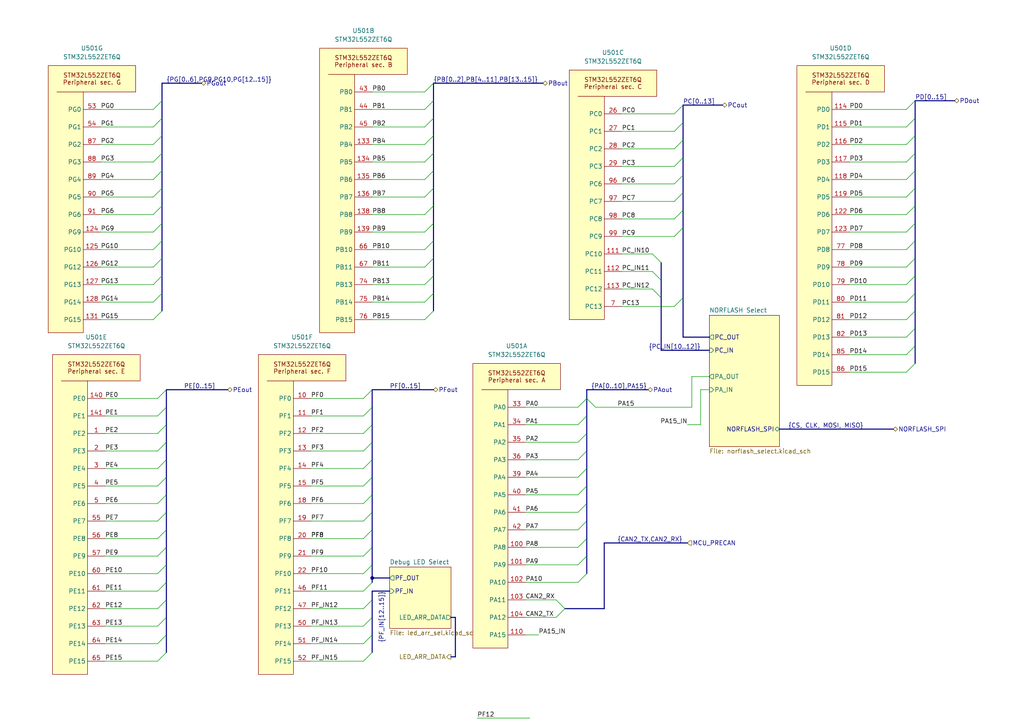
<source format=kicad_sch>
(kicad_sch (version 20250114) (generator "eeschema") (generator_version "9.0")
  (paper "A4")
  (lib_symbols
    (symbol "DUUC_lib:STM32L552ZET6Q"
      (property "Reference" "U?" (at 0 35.56 0))
      (property "Value" "STM32L552ZET6Q" (at 0 33.02 0))
      (symbol "STM32L552ZET6Q_1_1"
        (polyline (pts (xy -2.54 22.86) (xy -10.16 22.86)))
        (polyline (pts (xy 12.7 30.48) (xy -12.7 30.48) (xy -12.7 -52.07) (xy -2.54 -52.07) (xy -2.54 22.86) (xy 12.7 22.86) (xy 12.7 30.48) (xy 11.43 30.48)) (fill (type background)))
        (text "STM32L552ZET6Q\nPeripheral sec. A" (at 0 26.67 0) (effects (font (size 1.27 1.27))))
        (pin bidirectional line (at 2.54 17.78 180) (length 5.08) (name "PA0") (number "33"))
        (pin bidirectional line (at 2.54 12.7 180) (length 5.08) (name "PA1") (number "34"))
        (pin bidirectional line (at 2.54 7.62 180) (length 5.08) (name "PA2") (number "35"))
        (pin bidirectional line (at 2.54 2.54 180) (length 5.08) (name "PA3") (number "36"))
        (pin bidirectional line (at 2.54 -2.54 180) (length 5.08) (name "PA4") (number "39"))
        (pin bidirectional line (at 2.54 -7.62 180) (length 5.08) (name "PA5") (number "40"))
        (pin bidirectional line (at 2.54 -12.7 180) (length 5.08) (name "PA6") (number "41"))
        (pin bidirectional line (at 2.54 -17.78 180) (length 5.08) (name "PA7") (number "42"))
        (pin bidirectional line (at 2.54 -22.86 180) (length 5.08) (name "PA8") (number "100"))
        (pin bidirectional line (at 2.54 -27.94 180) (length 5.08) (name "PA9") (number "101"))
        (pin bidirectional line (at 2.54 -33.02 180) (length 5.08) (name "PA10") (number "102"))
        (pin bidirectional line (at 2.54 -38.1 180) (length 5.08) (name "PA11") (number "103"))
        (pin bidirectional line (at 2.54 -43.18 180) (length 5.08) (name "PA12") (number "104"))
        (pin bidirectional line (at 2.54 -48.26 180) (length 5.08) (name "PA15") (number "110"))
      )
      (symbol "STM32L552ZET6Q_2_1"
        (polyline (pts (xy -2.54 22.86) (xy -10.16 22.86)))
        (polyline (pts (xy 12.7 30.48) (xy -12.7 30.48) (xy -12.7 -52.07) (xy -2.54 -52.07) (xy -2.54 22.86) (xy 12.7 22.86) (xy 12.7 30.48) (xy 11.43 30.48)) (fill (type background)))
        (text "STM32L552ZET6Q\nPeripheral sec. B" (at 0 26.67 0) (effects (font (size 1.27 1.27))))
        (pin bidirectional line (at 2.54 17.78 180) (length 5.08) (name "PB0") (number "43"))
        (pin bidirectional line (at 2.54 12.7 180) (length 5.08) (name "PB1") (number "44"))
        (pin bidirectional line (at 2.54 7.62 180) (length 5.08) (name "PB2") (number "45"))
        (pin bidirectional line (at 2.54 2.54 180) (length 5.08) (name "PB4") (number "133"))
        (pin bidirectional line (at 2.54 -2.54 180) (length 5.08) (name "PB5") (number "134"))
        (pin bidirectional line (at 2.54 -7.62 180) (length 5.08) (name "PB6") (number "135"))
        (pin bidirectional line (at 2.54 -12.7 180) (length 5.08) (name "PB7") (number "136"))
        (pin bidirectional line (at 2.54 -17.78 180) (length 5.08) (name "PB8") (number "138"))
        (pin bidirectional line (at 2.54 -22.86 180) (length 5.08) (name "PB9") (number "139"))
        (pin bidirectional line (at 2.54 -27.94 180) (length 5.08) (name "PB10") (number "66"))
        (pin bidirectional line (at 2.54 -33.02 180) (length 5.08) (name "PB11") (number "67"))
        (pin bidirectional line (at 2.54 -38.1 180) (length 5.08) (name "PB13") (number "74"))
        (pin bidirectional line (at 2.54 -43.18 180) (length 5.08) (name "PB14") (number "75"))
        (pin bidirectional line (at 2.54 -48.26 180) (length 5.08) (name "PB15") (number "76"))
      )
      (symbol "STM32L552ZET6Q_3_1"
        (polyline (pts (xy -2.54 22.86) (xy -10.16 22.86)))
        (polyline (pts (xy 12.7 30.48) (xy -12.7 30.48) (xy -12.7 -41.91) (xy -2.54 -41.91) (xy -2.54 22.86) (xy 12.7 22.86) (xy 12.7 30.48) (xy 11.43 30.48)) (fill (type background)))
        (text "STM32L552ZET6Q\nPeripheral sec. C" (at 0 26.67 0) (effects (font (size 1.27 1.27))))
        (pin bidirectional line (at 2.54 17.78 180) (length 5.08) (name "PC0") (number "26"))
        (pin bidirectional line (at 2.54 12.7 180) (length 5.08) (name "PC1") (number "27"))
        (pin bidirectional line (at 2.54 7.62 180) (length 5.08) (name "PC2") (number "28"))
        (pin bidirectional line (at 2.54 2.54 180) (length 5.08) (name "PC3") (number "29"))
        (pin bidirectional line (at 2.54 -2.54 180) (length 5.08) (name "PC6") (number "96"))
        (pin bidirectional line (at 2.54 -7.62 180) (length 5.08) (name "PC7") (number "97"))
        (pin bidirectional line (at 2.54 -12.7 180) (length 5.08) (name "PC8") (number "98"))
        (pin bidirectional line (at 2.54 -17.78 180) (length 5.08) (name "PC9") (number "99"))
        (pin bidirectional line (at 2.54 -22.86 180) (length 5.08) (name "PC10") (number "111"))
        (pin bidirectional line (at 2.54 -27.94 180) (length 5.08) (name "PC11") (number "112"))
        (pin bidirectional line (at 2.54 -33.02 180) (length 5.08) (name "PC12") (number "113"))
        (pin bidirectional line (at 2.54 -38.1 180) (length 5.08) (name "PC13") (number "7"))
      )
      (symbol "STM32L552ZET6Q_4_1"
        (polyline (pts (xy -2.54 22.86) (xy -10.16 22.86)))
        (polyline (pts (xy 12.7 30.48) (xy -12.7 30.48) (xy -12.7 -62.23) (xy -2.54 -62.23) (xy -2.54 22.86) (xy 12.7 22.86) (xy 12.7 30.48) (xy 11.43 30.48)) (fill (type background)))
        (text "STM32L552ZET6Q\nPeripheral sec. D" (at 0 26.67 0) (effects (font (size 1.27 1.27))))
        (pin bidirectional line (at 2.54 17.78 180) (length 5.08) (name "PD0") (number "114"))
        (pin bidirectional line (at 2.54 12.7 180) (length 5.08) (name "PD1") (number "115"))
        (pin bidirectional line (at 2.54 7.62 180) (length 5.08) (name "PD2") (number "116"))
        (pin bidirectional line (at 2.54 2.54 180) (length 5.08) (name "PD3") (number "117"))
        (pin bidirectional line (at 2.54 -2.54 180) (length 5.08) (name "PD4") (number "118"))
        (pin bidirectional line (at 2.54 -7.62 180) (length 5.08) (name "PD5") (number "119"))
        (pin bidirectional line (at 2.54 -12.7 180) (length 5.08) (name "PD6") (number "122"))
        (pin bidirectional line (at 2.54 -17.78 180) (length 5.08) (name "PD7") (number "123"))
        (pin bidirectional line (at 2.54 -22.86 180) (length 5.08) (name "PD8") (number "77"))
        (pin bidirectional line (at 2.54 -27.94 180) (length 5.08) (name "PD9") (number "78"))
        (pin bidirectional line (at 2.54 -33.02 180) (length 5.08) (name "PD10") (number "79"))
        (pin bidirectional line (at 2.54 -38.1 180) (length 5.08) (name "PD11") (number "80"))
        (pin bidirectional line (at 2.54 -43.18 180) (length 5.08) (name "PD12") (number "81"))
        (pin bidirectional line (at 2.54 -48.26 180) (length 5.08) (name "PD13") (number "82"))
        (pin bidirectional line (at 2.54 -53.34 180) (length 5.08) (name "PD14") (number "85"))
        (pin bidirectional line (at 2.54 -58.42 180) (length 5.08) (name "PD15") (number "86"))
      )
      (symbol "STM32L552ZET6Q_5_1"
        (polyline (pts (xy -2.54 22.86) (xy -10.16 22.86)))
        (polyline (pts (xy 12.7 30.48) (xy -12.7 30.48) (xy -12.7 -62.23) (xy -2.54 -62.23) (xy -2.54 22.86) (xy 12.7 22.86) (xy 12.7 30.48) (xy 11.43 30.48)) (fill (type background)))
        (text "STM32L552ZET6Q\nPeripheral sec. E" (at 0 26.67 0) (effects (font (size 1.27 1.27))))
        (pin bidirectional line (at 2.54 17.78 180) (length 5.08) (name "PE0") (number "140"))
        (pin bidirectional line (at 2.54 12.7 180) (length 5.08) (name "PE1") (number "141"))
        (pin bidirectional line (at 2.54 7.62 180) (length 5.08) (name "PE2") (number "1"))
        (pin bidirectional line (at 2.54 2.54 180) (length 5.08) (name "PE3") (number "2"))
        (pin bidirectional line (at 2.54 -2.54 180) (length 5.08) (name "PE4") (number "3"))
        (pin bidirectional line (at 2.54 -7.62 180) (length 5.08) (name "PE5") (number "4"))
        (pin bidirectional line (at 2.54 -12.7 180) (length 5.08) (name "PE6") (number "5"))
        (pin bidirectional line (at 2.54 -17.78 180) (length 5.08) (name "PE7") (number "55"))
        (pin bidirectional line (at 2.54 -22.86 180) (length 5.08) (name "PE8") (number "56"))
        (pin bidirectional line (at 2.54 -27.94 180) (length 5.08) (name "PE9") (number "57"))
        (pin bidirectional line (at 2.54 -33.02 180) (length 5.08) (name "PE10") (number "60"))
        (pin bidirectional line (at 2.54 -38.1 180) (length 5.08) (name "PE11") (number "61"))
        (pin bidirectional line (at 2.54 -43.18 180) (length 5.08) (name "PE12") (number "62"))
        (pin bidirectional line (at 2.54 -48.26 180) (length 5.08) (name "PE13") (number "63"))
        (pin bidirectional line (at 2.54 -53.34 180) (length 5.08) (name "PE14") (number "64"))
        (pin bidirectional line (at 2.54 -58.42 180) (length 5.08) (name "PE15") (number "65"))
      )
      (symbol "STM32L552ZET6Q_6_1"
        (polyline (pts (xy -2.54 22.86) (xy -10.16 22.86)))
        (polyline (pts (xy 12.7 30.48) (xy -12.7 30.48) (xy -12.7 -62.23) (xy -2.54 -62.23) (xy -2.54 22.86) (xy 12.7 22.86) (xy 12.7 30.48) (xy 11.43 30.48)) (fill (type background)))
        (text "STM32L552ZET6Q\nPeripheral sec. F" (at 0 26.67 0) (effects (font (size 1.27 1.27))))
        (pin bidirectional line (at 2.54 17.78 180) (length 5.08) (name "PF0") (number "10"))
        (pin bidirectional line (at 2.54 12.7 180) (length 5.08) (name "PF1") (number "11"))
        (pin bidirectional line (at 2.54 7.62 180) (length 5.08) (name "PF2") (number "12"))
        (pin bidirectional line (at 2.54 2.54 180) (length 5.08) (name "PF3") (number "13"))
        (pin bidirectional line (at 2.54 -2.54 180) (length 5.08) (name "PF4") (number "14"))
        (pin bidirectional line (at 2.54 -7.62 180) (length 5.08) (name "PF5") (number "15"))
        (pin bidirectional line (at 2.54 -12.7 180) (length 5.08) (name "PF6") (number "18"))
        (pin bidirectional line (at 2.54 -17.78 180) (length 5.08) (name "PF7") (number "19"))
        (pin bidirectional line (at 2.54 -22.86 180) (length 5.08) (name "PF8") (number "20"))
        (pin bidirectional line (at 2.54 -27.94 180) (length 5.08) (name "PF9") (number "21"))
        (pin bidirectional line (at 2.54 -33.02 180) (length 5.08) (name "PF10") (number "22"))
        (pin bidirectional line (at 2.54 -38.1 180) (length 5.08) (name "PF11") (number "46"))
        (pin bidirectional line (at 2.54 -43.18 180) (length 5.08) (name "PF12") (number "47"))
        (pin bidirectional line (at 2.54 -48.26 180) (length 5.08) (name "PF13") (number "50"))
        (pin bidirectional line (at 2.54 -53.34 180) (length 5.08) (name "PF14") (number "51"))
        (pin bidirectional line (at 2.54 -58.42 180) (length 5.08) (name "PF15") (number "52"))
      )
      (symbol "STM32L552ZET6Q_7_1"
        (polyline (pts (xy -2.54 22.86) (xy -10.16 22.86)))
        (polyline (pts (xy 12.7 30.48) (xy -12.7 30.48) (xy -12.7 -46.99) (xy -2.54 -46.99) (xy -2.54 22.86) (xy 12.7 22.86) (xy 12.7 30.48) (xy 11.43 30.48)) (fill (type background)))
        (text "STM32L552ZET6Q\nPeripheral sec. G" (at 0 26.67 0) (effects (font (size 1.27 1.27))))
        (pin bidirectional line (at 2.54 17.78 180) (length 5.08) (name "PG0") (number "53"))
        (pin bidirectional line (at 2.54 12.7 180) (length 5.08) (name "PG1") (number "54"))
        (pin bidirectional line (at 2.54 7.62 180) (length 5.08) (name "PG2") (number "87"))
        (pin bidirectional line (at 2.54 2.54 180) (length 5.08) (name "PG3") (number "88"))
        (pin bidirectional line (at 2.54 -2.54 180) (length 5.08) (name "PG4") (number "89"))
        (pin bidirectional line (at 2.54 -7.62 180) (length 5.08) (name "PG5") (number "90"))
        (pin bidirectional line (at 2.54 -12.7 180) (length 5.08) (name "PG6") (number "91"))
        (pin bidirectional line (at 2.54 -17.78 180) (length 5.08) (name "PG9") (number "124"))
        (pin bidirectional line (at 2.54 -22.86 180) (length 5.08) (name "PG10") (number "125"))
        (pin bidirectional line (at 2.54 -27.94 180) (length 5.08) (name "PG12") (number "126"))
        (pin bidirectional line (at 2.54 -33.02 180) (length 5.08) (name "PG13") (number "127"))
        (pin bidirectional line (at 2.54 -38.1 180) (length 5.08) (name "PG14") (number "128"))
        (pin bidirectional line (at 2.54 -43.18 180) (length 5.08) (name "PG15") (number "131"))
      )
      (symbol "STM32L552ZET6Q_8_1"
        (unit_name "SMPS")
        (rectangle (start -11.43 30.4006) (end 11.43 -2.4606) (fill (type background)))
        (text "STM32L552ZETxQ\nSMPS Module" (at 0 26.67 0) (effects (font (size 1.27 1.27))))
        (pin power_in line (at -16.51 21.59 0) (length 5.08) (name "VDDSMPS") (number "68"))
        (pin power_in line (at 16.51 21.59 180) (length 5.08) (name "VLXSMPS") (number "69"))
        (pin power_in line (at 16.51 13.97 180) (length 5.08) (name "V15SMPS") (number "72"))
        (pin power_in line (at 16.51 10.16 180) (length 5.08) (name "V15SMPS") (number "143"))
        (pin power_in line (at 16.51 0 180) (length 5.08) (name "VSSSMPS") (number "70"))
      )
      (symbol "STM32L552ZET6Q_9_1"
        (unit_name "Power/Clock")
        (polyline (pts (xy -22.86 22.86) (xy 22.86 22.86)))
        (rectangle (start -22.8599 30.48) (end 22.8599 -33.02) (fill (type background)))
        (polyline (pts (xy -13.97 -20.32) (xy -8.89 -20.32)))
        (rectangle (start -13.97 -21.59) (end -8.89 -24.13))
        (polyline (pts (xy -13.97 -25.4) (xy -8.89 -25.4)))
        (polyline (pts (xy -11.43 -20.32) (xy -11.43 -17.78)))
        (polyline (pts (xy -11.43 -25.4) (xy -11.43 -27.94)))
        (polyline (pts (xy 11.43 -20.32) (xy 16.51 -20.32)))
        (rectangle (start 11.43 -21.59) (end 16.51 -24.13))
        (polyline (pts (xy 11.43 -25.4) (xy 16.51 -25.4)))
        (polyline (pts (xy 13.97 -20.32) (xy 13.97 -17.78)))
        (polyline (pts (xy 13.97 -25.4) (xy 13.97 -27.94)))
        (text "LSE" (at -11.43 -22.86 0) (effects (font (size 1.27 1.27))))
        (text "STM32L552ZET6Q\nPower/Clock" (at 0 26.67 0) (effects (font (size 1.27 1.27))))
        (text "HSE" (at 13.97 -22.86 0) (effects (font (size 1.27 1.27))))
        (pin power_in line (at -27.94 19.05 0) (length 5.08) (name "VBAT") (number "6"))
        (pin power_in line (at -27.94 11.43 0) (length 5.08) (name "VDDUSB") (number "106"))
        (pin input line (at -27.94 5.08 0) (length 5.08) (name "VREF+") (number "31"))
        (pin power_in line (at -27.94 -1.27 0) (length 5.08) (name "VDDIO2") (number "130"))
        (pin power_in line (at -27.94 -5.08 0) (length 5.08) (name "VDDIO2") (number "95"))
        (pin input clock (at -27.94 -16.51 0) (length 5.08) (name "PC14/RCC_OSC32_IN") (number "8"))
        (pin input clock (at -27.94 -29.21 0) (length 5.08) (name "PC15/RCC_OSC32_OUT") (number "9"))
        (pin power_in line (at 27.94 20.32 180) (length 5.08) (hide yes) (name "VDD") (number "108"))
        (pin power_in line (at 27.94 20.32 180) (length 5.08) (hide yes) (name "VDD") (number "121"))
        (pin power_in line (at 27.94 20.32 180) (length 5.08) (hide yes) (name "VDD") (number "144"))
        (pin power_in line (at 27.94 20.32 180) (length 5.08) (name "VDD") (number "17"))
        (pin power_in line (at 27.94 20.32 180) (length 5.08) (hide yes) (name "VDD") (number "38"))
        (pin power_in line (at 27.94 20.32 180) (length 5.08) (hide yes) (name "VDD") (number "49"))
        (pin power_in line (at 27.94 20.32 180) (length 5.08) (hide yes) (name "VDD") (number "59"))
        (pin power_in line (at 27.94 20.32 180) (length 5.08) (hide yes) (name "VDD") (number "73"))
        (pin power_in line (at 27.94 20.32 180) (length 5.08) (hide yes) (name "VDD") (number "84"))
        (pin power_in line (at 27.94 12.7 180) (length 5.08) (hide yes) (name "VSS") (number "107"))
        (pin power_in line (at 27.94 12.7 180) (length 5.08) (hide yes) (name "VSS") (number "120"))
        (pin power_in line (at 27.94 12.7 180) (length 5.08) (hide yes) (name "VSS") (number "129"))
        (pin power_in line (at 27.94 12.7 180) (length 5.08) (hide yes) (name "VSS") (number "142"))
        (pin power_in line (at 27.94 12.7 180) (length 5.08) (name "VSS") (number "16"))
        (pin power_in line (at 27.94 12.7 180) (length 5.08) (hide yes) (name "VSS") (number "37"))
        (pin power_in line (at 27.94 12.7 180) (length 5.08) (hide yes) (name "VSS") (number "48"))
        (pin power_in line (at 27.94 12.7 180) (length 5.08) (hide yes) (name "VSS") (number "58"))
        (pin power_in line (at 27.94 12.7 180) (length 5.08) (hide yes) (name "VSS") (number "71"))
        (pin power_in line (at 27.94 12.7 180) (length 5.08) (hide yes) (name "VSS") (number "83"))
        (pin power_in line (at 27.94 12.7 180) (length 5.08) (hide yes) (name "VSS") (number "94"))
        (pin power_in line (at 27.94 1.27 180) (length 5.08) (name "VDDA") (number "32"))
        (pin power_in line (at 27.94 -6.35 180) (length 5.08) (name "VSSA") (number "30"))
        (pin input clock (at 27.94 -16.51 180) (length 5.08) (name "PH0/HSE_OSC_IN") (number "23"))
        (pin input clock (at 27.94 -29.21 180) (length 5.08) (name "PH1/HSE_OSC_OUT") (number "24"))
      )
      (symbol "STM32L552ZET6Q_10_1"
        (unit_name "Debug/Reset/Bootloader")
        (rectangle (start -27.94 31.75) (end 27.94 -2.54) (fill (type background)))
        (polyline (pts (xy 27.94 24.13) (xy -27.94 24.13)))
        (text "STM32L552ZETQ\nDebug/Reset/Bootloader" (at 0 27.94 0) (effects (font (size 1.27 1.27))))
        (pin input line (at -33.02 20.32 0) (length 5.08) (name "PH3/BOOT0/RESET") (number "137"))
        (pin bidirectional line (at -33.02 10.16 0) (length 5.08) (name "PB3/DEBUG_JTDO-SWO") (number "132"))
        (pin bidirectional clock (at -33.02 5.08 0) (length 5.08) (name "PA14/DEBUG_JTCK-SWCLK") (number "109"))
        (pin bidirectional line (at -33.02 0 0) (length 5.08) (name "PA13/DEBUG_JTMS-SWDIO") (number "105"))
        (pin bidirectional line (at 33.02 17.78 180) (length 5.08) (name "PG8/VCP_RX") (number "93"))
        (pin bidirectional line (at 33.02 13.97 180) (length 5.08) (name "PG7/VCP_TX") (number "92"))
        (pin input inverted (at 33.02 5.08 180) (length 5.08) (name "NRESET") (number "25"))
      )
    )
  )
  (junction (at 107.95 167.64))
  (bus_entry (at 123.19 57.15) (size 2.54 -2.54))
  (bus_entry (at 265.43 100.33) (size -2.54 2.54))
  (bus_entry (at 265.43 34.29) (size -2.54 2.54))
  (bus_entry (at 46.99 44.45) (size -2.54 2.54))
  (bus_entry (at 265.43 90.17) (size -2.54 2.54))
  (bus_entry (at 265.43 69.85) (size -2.54 2.54))
  (bus_entry (at 107.95 138.43) (size -2.54 2.54))
  (bus_entry (at 189.23 78.74) (size 2.54 2.54))
  (bus_entry (at 170.18 140.97) (size -2.54 2.54))
  (bus_entry (at 167.64 148.59) (size 2.54 -2.54))
  (bus_entry (at 170.18 166.37) (size -2.54 2.54))
  (bus_entry (at 123.19 26.67) (size 2.54 -2.54))
  (bus_entry (at 265.43 85.09) (size -2.54 2.54))
  (bus_entry (at 48.26 168.91) (size -2.54 2.54))
  (bus_entry (at 107.95 173.99) (size -2.54 2.54))
  (bus_entry (at 46.99 34.29) (size -2.54 2.54))
  (bus_entry (at 170.18 115.57) (size -2.54 2.54))
  (bus_entry (at 198.12 86.36) (size -2.54 2.54))
  (bus_entry (at 265.43 80.01) (size -2.54 2.54))
  (bus_entry (at 107.95 168.91) (size -2.54 2.54))
  (bus_entry (at 107.95 133.35) (size -2.54 2.54))
  (bus_entry (at 123.19 41.91) (size 2.54 -2.54))
  (bus_entry (at 46.99 74.93) (size -2.54 2.54))
  (bus_entry (at 198.12 50.8) (size -2.54 2.54))
  (bus_entry (at 48.26 143.51) (size -2.54 2.54))
  (bus_entry (at 48.26 128.27) (size -2.54 2.54))
  (bus_entry (at 123.19 31.75) (size 2.54 -2.54))
  (bus_entry (at 107.95 128.27) (size -2.54 2.54))
  (bus_entry (at 125.73 34.29) (size -2.54 2.54))
  (bus_entry (at 123.19 72.39) (size 2.54 -2.54))
  (bus_entry (at 107.95 179.07) (size -2.54 2.54))
  (bus_entry (at 123.19 87.63) (size 2.54 -2.54))
  (bus_entry (at 167.64 128.27) (size 2.54 -2.54))
  (bus_entry (at 107.95 153.67) (size -2.54 2.54))
  (bus_entry (at 170.18 115.57) (size 2.54 2.54))
  (bus_entry (at 265.43 64.77) (size -2.54 2.54))
  (bus_entry (at 48.26 184.15) (size -2.54 2.54))
  (bus_entry (at 123.19 52.07) (size 2.54 -2.54))
  (bus_entry (at 46.99 59.69) (size -2.54 2.54))
  (bus_entry (at 189.23 83.82) (size 2.54 2.54))
  (bus_entry (at 48.26 189.23) (size -2.54 2.54))
  (bus_entry (at 265.43 39.37) (size -2.54 2.54))
  (bus_entry (at 46.99 80.01) (size -2.54 2.54))
  (bus_entry (at 48.26 179.07) (size -2.54 2.54))
  (bus_entry (at 265.43 29.21) (size -2.54 2.54))
  (bus_entry (at 167.64 158.75) (size 2.54 -2.54))
  (bus_entry (at 125.73 74.93) (size -2.54 2.54))
  (bus_entry (at 48.26 158.75) (size -2.54 2.54))
  (bus_entry (at 265.43 74.93) (size -2.54 2.54))
  (bus_entry (at 107.95 189.23) (size -2.54 2.54))
  (bus_entry (at 48.26 118.11) (size -2.54 2.54))
  (bus_entry (at 189.23 73.66) (size 2.54 2.54))
  (bus_entry (at 170.18 135.89) (size -2.54 2.54))
  (bus_entry (at 107.95 118.11) (size -2.54 2.54))
  (bus_entry (at 265.43 49.53) (size -2.54 2.54))
  (bus_entry (at 107.95 163.83) (size -2.54 2.54))
  (bus_entry (at 265.43 54.61) (size -2.54 2.54))
  (bus_entry (at 107.95 184.15) (size -2.54 2.54))
  (bus_entry (at 167.64 133.35) (size 2.54 -2.54))
  (bus_entry (at 265.43 95.25) (size -2.54 2.54))
  (bus_entry (at 46.99 39.37) (size -2.54 2.54))
  (bus_entry (at 198.12 66.04) (size -2.54 2.54))
  (bus_entry (at 48.26 133.35) (size -2.54 2.54))
  (bus_entry (at 123.19 67.31) (size 2.54 -2.54))
  (bus_entry (at 46.99 90.17) (size -2.54 2.54))
  (bus_entry (at 123.19 92.71) (size 2.54 -2.54))
  (bus_entry (at 198.12 55.88) (size -2.54 2.54))
  (bus_entry (at 265.43 44.45) (size -2.54 2.54))
  (bus_entry (at 198.12 35.56) (size -2.54 2.54))
  (bus_entry (at 107.95 158.75) (size -2.54 2.54))
  (bus_entry (at 46.99 29.21) (size -2.54 2.54))
  (bus_entry (at 46.99 54.61) (size -2.54 2.54))
  (bus_entry (at 198.12 30.48) (size -2.54 2.54))
  (bus_entry (at 107.95 123.19) (size -2.54 2.54))
  (bus_entry (at 123.19 62.23) (size 2.54 -2.54))
  (bus_entry (at 48.26 163.83) (size -2.54 2.54))
  (bus_entry (at 48.26 138.43) (size -2.54 2.54))
  (bus_entry (at 107.95 113.03) (size -2.54 2.54))
  (bus_entry (at 107.95 143.51) (size -2.54 2.54))
  (bus_entry (at 125.73 80.01) (size -2.54 2.54))
  (bus_entry (at 48.26 153.67) (size -2.54 2.54))
  (bus_entry (at 48.26 173.99) (size -2.54 2.54))
  (bus_entry (at 161.29 173.99) (size 2.54 2.54))
  (bus_entry (at 170.18 161.29) (size -2.54 2.54))
  (bus_entry (at 167.64 153.67) (size 2.54 -2.54))
  (bus_entry (at 48.26 148.59) (size -2.54 2.54))
  (bus_entry (at 198.12 60.96) (size -2.54 2.54))
  (bus_entry (at 170.18 120.65) (size -2.54 2.54))
  (bus_entry (at 48.26 123.19) (size -2.54 2.54))
  (bus_entry (at 46.99 49.53) (size -2.54 2.54))
  (bus_entry (at 198.12 40.64) (size -2.54 2.54))
  (bus_entry (at 198.12 45.72) (size -2.54 2.54))
  (bus_entry (at 107.95 148.59) (size -2.54 2.54))
  (bus_entry (at 46.99 64.77) (size -2.54 2.54))
  (bus_entry (at 161.29 179.07) (size 2.54 -2.54))
  (bus_entry (at 46.99 69.85) (size -2.54 2.54))
  (bus_entry (at 265.43 105.41) (size -2.54 2.54))
  (bus_entry (at 123.19 46.99) (size 2.54 -2.54))
  (bus_entry (at 48.26 113.03) (size -2.54 2.54))
  (bus_entry (at 265.43 59.69) (size -2.54 2.54))
  (bus_entry (at 46.99 85.09) (size -2.54 2.54))
  (bus (pts (xy 170.18 140.97) (xy 170.18 146.05)))
  (bus (pts (xy 48.26 184.15) (xy 48.26 189.23)))
  (bus (pts (xy 46.99 80.01) (xy 46.99 85.09)))
  (wire (pts (xy 30.48 171.45) (xy 45.72 171.45)))
  (bus (pts (xy 48.26 113.03) (xy 48.26 118.11)))
  (wire (pts (xy 107.95 72.39) (xy 123.19 72.39)))
  (bus (pts (xy 170.18 146.05) (xy 170.18 151.13)))
  (bus (pts (xy 46.99 24.13) (xy 46.99 29.21)))
  (wire (pts (xy 152.4 148.59) (xy 167.64 148.59)))
  (bus (pts (xy 198.12 50.8) (xy 198.12 55.88)))
  (bus (pts (xy 107.95 123.19) (xy 107.95 128.27)))
  (bus (pts (xy 48.26 123.19) (xy 48.26 128.27)))
  (bus (pts (xy 125.73 24.13) (xy 157.48 24.13)))
  (wire (pts (xy 180.34 33.02) (xy 195.58 33.02)))
  (wire (pts (xy 90.17 191.77) (xy 105.41 191.77)))
  (wire (pts (xy 30.48 115.57) (xy 45.72 115.57)))
  (bus (pts (xy 107.95 128.27) (xy 107.95 133.35)))
  (bus (pts (xy 170.18 113.03) (xy 187.96 113.03)))
  (wire (pts (xy 107.95 31.75) (xy 123.19 31.75)))
  (bus (pts (xy 107.95 153.67) (xy 107.95 158.75)))
  (bus (pts (xy 170.18 135.89) (xy 170.18 140.97)))
  (wire (pts (xy 107.95 26.67) (xy 123.19 26.67)))
  (bus (pts (xy 130.81 179.07) (xy 132.08 179.07)))
  (bus (pts (xy 191.77 86.36) (xy 191.77 101.6)))
  (wire (pts (xy 30.48 146.05) (xy 45.72 146.05)))
  (wire (pts (xy 90.17 130.81) (xy 105.41 130.81)))
  (wire (pts (xy 199.39 123.19) (xy 203.2 123.19)))
  (bus (pts (xy 191.77 101.6) (xy 205.74 101.6)))
  (wire (pts (xy 123.19 82.55) (xy 107.95 82.55)))
  (wire (pts (xy 152.4 118.11) (xy 167.64 118.11)))
  (bus (pts (xy 198.12 40.64) (xy 198.12 45.72)))
  (wire (pts (xy 30.48 151.13) (xy 45.72 151.13)))
  (wire (pts (xy 107.95 36.83) (xy 123.19 36.83)))
  (bus (pts (xy 48.26 173.99) (xy 48.26 179.07)))
  (wire (pts (xy 29.21 62.23) (xy 44.45 62.23)))
  (bus (pts (xy 265.43 29.21) (xy 265.43 34.29)))
  (wire (pts (xy 246.38 57.15) (xy 262.89 57.15)))
  (wire (pts (xy 246.38 92.71) (xy 262.89 92.71)))
  (bus (pts (xy 48.26 133.35) (xy 48.26 138.43)))
  (wire (pts (xy 30.48 161.29) (xy 45.72 161.29)))
  (wire (pts (xy 90.17 181.61) (xy 105.41 181.61)))
  (wire (pts (xy 246.38 62.23) (xy 262.89 62.23)))
  (bus (pts (xy 170.18 115.57) (xy 170.18 113.03)))
  (bus (pts (xy 46.99 24.13) (xy 58.42 24.13)))
  (wire (pts (xy 29.21 67.31) (xy 44.45 67.31)))
  (bus (pts (xy 107.95 171.45) (xy 113.03 171.45)))
  (bus (pts (xy 107.95 143.51) (xy 107.95 148.59)))
  (wire (pts (xy 29.21 72.39) (xy 44.45 72.39)))
  (wire (pts (xy 107.95 77.47) (xy 123.19 77.47)))
  (wire (pts (xy 90.17 151.13) (xy 105.41 151.13)))
  (bus (pts (xy 170.18 125.73) (xy 170.18 130.81)))
  (wire (pts (xy 246.38 82.55) (xy 262.89 82.55)))
  (bus (pts (xy 198.12 45.72) (xy 198.12 50.8)))
  (bus (pts (xy 125.73 44.45) (xy 125.73 49.53)))
  (wire (pts (xy 90.17 176.53) (xy 105.41 176.53)))
  (bus (pts (xy 107.95 133.35) (xy 107.95 138.43)))
  (wire (pts (xy 30.48 191.77) (xy 45.72 191.77)))
  (wire (pts (xy 30.48 181.61) (xy 45.72 181.61)))
  (wire (pts (xy 90.17 161.29) (xy 105.41 161.29)))
  (wire (pts (xy 90.17 125.73) (xy 105.41 125.73)))
  (bus (pts (xy 170.18 130.81) (xy 170.18 135.89)))
  (wire (pts (xy 180.34 78.74) (xy 189.23 78.74)))
  (wire (pts (xy 90.17 171.45) (xy 105.41 171.45)))
  (wire (pts (xy 161.29 173.99) (xy 152.4 173.99)))
  (bus (pts (xy 132.08 179.07) (xy 132.08 190.5)))
  (wire (pts (xy 167.64 153.67) (xy 152.4 153.67)))
  (wire (pts (xy 262.89 52.07) (xy 246.38 52.07)))
  (wire (pts (xy 195.58 48.26) (xy 180.34 48.26)))
  (bus (pts (xy 46.99 59.69) (xy 46.99 64.77)))
  (wire (pts (xy 29.21 41.91) (xy 44.45 41.91)))
  (bus (pts (xy 107.95 148.59) (xy 107.95 153.67)))
  (wire (pts (xy 90.17 146.05) (xy 105.41 146.05)))
  (wire (pts (xy 180.34 83.82) (xy 189.23 83.82)))
  (bus (pts (xy 125.73 64.77) (xy 125.73 69.85)))
  (wire (pts (xy 152.4 123.19) (xy 167.64 123.19)))
  (bus (pts (xy 107.95 113.03) (xy 125.73 113.03)))
  (wire (pts (xy 262.89 31.75) (xy 246.38 31.75)))
  (bus (pts (xy 107.95 167.64) (xy 113.03 167.64)))
  (wire (pts (xy 246.38 67.31) (xy 262.89 67.31)))
  (wire (pts (xy 29.21 87.63) (xy 44.45 87.63)))
  (bus (pts (xy 265.43 100.33) (xy 265.43 105.41)))
  (bus (pts (xy 198.12 97.79) (xy 198.12 86.36)))
  (bus (pts (xy 46.99 69.85) (xy 46.99 74.93)))
  (wire (pts (xy 246.38 97.79) (xy 262.89 97.79)))
  (bus (pts (xy 46.99 44.45) (xy 46.99 49.53)))
  (bus (pts (xy 265.43 85.09) (xy 265.43 90.17)))
  (bus (pts (xy 125.73 69.85) (xy 125.73 74.93)))
  (wire (pts (xy 180.34 63.5) (xy 195.58 63.5)))
  (bus (pts (xy 48.26 143.51) (xy 48.26 148.59)))
  (wire (pts (xy 29.21 36.83) (xy 44.45 36.83)))
  (wire (pts (xy 30.48 130.81) (xy 45.72 130.81)))
  (wire (pts (xy 195.58 38.1) (xy 180.34 38.1)))
  (bus (pts (xy 265.43 49.53) (xy 265.43 54.61)))
  (bus (pts (xy 107.95 173.99) (xy 107.95 179.07)))
  (wire (pts (xy 180.34 58.42) (xy 195.58 58.42)))
  (bus (pts (xy 46.99 64.77) (xy 46.99 69.85)))
  (wire (pts (xy 180.34 68.58) (xy 195.58 68.58)))
  (wire (pts (xy 200.66 109.22) (xy 200.66 118.11)))
  (wire (pts (xy 90.17 135.89) (xy 105.41 135.89)))
  (bus (pts (xy 48.26 138.43) (xy 48.26 143.51)))
  (bus (pts (xy 170.18 161.29) (xy 170.18 166.37)))
  (wire (pts (xy 29.21 46.99) (xy 44.45 46.99)))
  (wire (pts (xy 30.48 125.73) (xy 45.72 125.73)))
  (bus (pts (xy 48.26 113.03) (xy 66.04 113.03)))
  (wire (pts (xy 138.43 218.44) (xy 153.67 218.44)))
  (bus (pts (xy 170.18 120.65) (xy 170.18 125.73)))
  (wire (pts (xy 29.21 92.71) (xy 44.45 92.71)))
  (wire (pts (xy 262.89 41.91) (xy 246.38 41.91)))
  (bus (pts (xy 46.99 49.53) (xy 46.99 54.61)))
  (wire (pts (xy 107.95 41.91) (xy 123.19 41.91)))
  (wire (pts (xy 29.21 77.47) (xy 44.45 77.47)))
  (wire (pts (xy 246.38 77.47) (xy 262.89 77.47)))
  (wire (pts (xy 180.34 43.18) (xy 195.58 43.18)))
  (wire (pts (xy 246.38 102.87) (xy 262.89 102.87)))
  (bus (pts (xy 170.18 120.65) (xy 170.18 115.57)))
  (wire (pts (xy 29.21 57.15) (xy 44.45 57.15)))
  (wire (pts (xy 29.21 31.75) (xy 44.45 31.75)))
  (bus (pts (xy 125.73 49.53) (xy 125.73 54.61)))
  (wire (pts (xy 152.4 128.27) (xy 167.64 128.27)))
  (wire (pts (xy 30.48 186.69) (xy 45.72 186.69)))
  (bus (pts (xy 107.95 158.75) (xy 107.95 163.83)))
  (wire (pts (xy 138.43 223.52) (xy 153.67 223.52)))
  (wire (pts (xy 152.4 163.83) (xy 167.64 163.83)))
  (bus (pts (xy 46.99 54.61) (xy 46.99 59.69)))
  (wire (pts (xy 180.34 53.34) (xy 195.58 53.34)))
  (wire (pts (xy 107.95 67.31) (xy 123.19 67.31)))
  (wire (pts (xy 90.17 156.21) (xy 105.41 156.21)))
  (wire (pts (xy 90.17 140.97) (xy 105.41 140.97)))
  (bus (pts (xy 175.26 176.53) (xy 175.26 157.48)))
  (bus (pts (xy 125.73 80.01) (xy 125.73 85.09)))
  (wire (pts (xy 152.4 138.43) (xy 167.64 138.43)))
  (wire (pts (xy 107.95 87.63) (xy 123.19 87.63)))
  (bus (pts (xy 163.83 176.53) (xy 175.26 176.53)))
  (bus (pts (xy 48.26 148.59) (xy 48.26 153.67)))
  (bus (pts (xy 125.73 34.29) (xy 125.73 39.37)))
  (wire (pts (xy 30.48 120.65) (xy 45.72 120.65)))
  (wire (pts (xy 30.48 156.21) (xy 45.72 156.21)))
  (bus (pts (xy 265.43 80.01) (xy 265.43 85.09)))
  (bus (pts (xy 125.73 54.61) (xy 125.73 59.69)))
  (bus (pts (xy 107.95 173.99) (xy 107.95 171.45)))
  (wire (pts (xy 107.95 57.15) (xy 123.19 57.15)))
  (bus (pts (xy 107.95 179.07) (xy 107.95 184.15)))
  (wire (pts (xy 156.21 184.15) (xy 152.4 184.15)))
  (bus (pts (xy 46.99 74.93) (xy 46.99 80.01)))
  (bus (pts (xy 265.43 44.45) (xy 265.43 49.53)))
  (bus (pts (xy 48.26 163.83) (xy 48.26 168.91)))
  (bus (pts (xy 265.43 74.93) (xy 265.43 80.01)))
  (bus (pts (xy 198.12 30.48) (xy 209.55 30.48)))
  (bus (pts (xy 46.99 85.09) (xy 46.99 90.17)))
  (bus (pts (xy 107.95 184.15) (xy 107.95 189.23)))
  (wire (pts (xy 138.43 213.36) (xy 153.67 213.36)))
  (bus (pts (xy 125.73 24.13) (xy 125.73 29.21)))
  (wire (pts (xy 152.4 143.51) (xy 167.64 143.51)))
  (bus (pts (xy 125.73 90.17) (xy 125.73 85.09)))
  (bus (pts (xy 125.73 59.69) (xy 125.73 64.77)))
  (bus (pts (xy 107.95 163.83) (xy 107.95 167.64)))
  (bus (pts (xy 48.26 153.67) (xy 48.26 158.75)))
  (bus (pts (xy 175.26 157.48) (xy 199.39 157.48)))
  (bus (pts (xy 198.12 30.48) (xy 198.12 35.56)))
  (bus (pts (xy 125.73 29.21) (xy 125.73 34.29)))
  (bus (pts (xy 265.43 64.77) (xy 265.43 69.85)))
  (wire (pts (xy 152.4 158.75) (xy 167.64 158.75)))
  (wire (pts (xy 262.89 46.99) (xy 246.38 46.99)))
  (wire (pts (xy 203.2 123.19) (xy 203.2 113.03)))
  (wire (pts (xy 29.21 52.07) (xy 44.45 52.07)))
  (wire (pts (xy 107.95 52.07) (xy 123.19 52.07)))
  (wire (pts (xy 180.34 88.9) (xy 195.58 88.9)))
  (bus (pts (xy 265.43 39.37) (xy 265.43 44.45)))
  (wire (pts (xy 246.38 107.95) (xy 262.89 107.95)))
  (wire (pts (xy 30.48 135.89) (xy 45.72 135.89)))
  (bus (pts (xy 107.95 138.43) (xy 107.95 143.51)))
  (bus (pts (xy 107.95 113.03) (xy 107.95 118.11)))
  (bus (pts (xy 191.77 76.2) (xy 191.77 81.28)))
  (bus (pts (xy 198.12 55.88) (xy 198.12 60.96)))
  (bus (pts (xy 125.73 39.37) (xy 125.73 44.45)))
  (bus (pts (xy 107.95 167.64) (xy 107.95 168.91)))
  (wire (pts (xy 90.17 115.57) (xy 105.41 115.57)))
  (wire (pts (xy 29.21 82.55) (xy 44.45 82.55)))
  (bus (pts (xy 48.26 118.11) (xy 48.26 123.19)))
  (bus (pts (xy 259.08 124.46) (xy 226.06 124.46)))
  (bus (pts (xy 125.73 74.93) (xy 125.73 80.01)))
  (bus (pts (xy 170.18 156.21) (xy 170.18 161.29)))
  (bus (pts (xy 205.74 97.79) (xy 198.12 97.79)))
  (wire (pts (xy 246.38 72.39) (xy 262.89 72.39)))
  (bus (pts (xy 265.43 29.21) (xy 276.86 29.21)))
  (wire (pts (xy 90.17 186.69) (xy 105.41 186.69)))
  (wire (pts (xy 90.17 120.65) (xy 105.41 120.65)))
  (wire (pts (xy 30.48 166.37) (xy 45.72 166.37)))
  (bus (pts (xy 265.43 95.25) (xy 265.43 100.33)))
  (bus (pts (xy 130.81 190.5) (xy 132.08 190.5)))
  (wire (pts (xy 30.48 176.53) (xy 45.72 176.53)))
  (bus (pts (xy 46.99 39.37) (xy 46.99 44.45)))
  (wire (pts (xy 246.38 87.63) (xy 262.89 87.63)))
  (wire (pts (xy 107.95 46.99) (xy 123.19 46.99)))
  (bus (pts (xy 265.43 54.61) (xy 265.43 59.69)))
  (wire (pts (xy 152.4 133.35) (xy 167.64 133.35)))
  (wire (pts (xy 161.29 179.07) (xy 152.4 179.07)))
  (wire (pts (xy 30.48 140.97) (xy 45.72 140.97)))
  (bus (pts (xy 191.77 81.28) (xy 191.77 86.36)))
  (bus (pts (xy 107.95 118.11) (xy 107.95 123.19)))
  (bus (pts (xy 198.12 35.56) (xy 198.12 40.64)))
  (bus (pts (xy 46.99 34.29) (xy 46.99 39.37)))
  (bus (pts (xy 48.26 168.91) (xy 48.26 173.99)))
  (bus (pts (xy 48.26 179.07) (xy 48.26 184.15)))
  (bus (pts (xy 48.26 128.27) (xy 48.26 133.35)))
  (wire (pts (xy 90.17 166.37) (xy 105.41 166.37)))
  (bus (pts (xy 48.26 158.75) (xy 48.26 163.83)))
  (bus (pts (xy 265.43 69.85) (xy 265.43 74.93)))
  (wire (pts (xy 262.89 36.83) (xy 246.38 36.83)))
  (wire (pts (xy 203.2 113.03) (xy 205.74 113.03)))
  (bus (pts (xy 265.43 34.29) (xy 265.43 39.37)))
  (wire (pts (xy 138.43 208.28) (xy 153.67 208.28)))
  (bus (pts (xy 198.12 60.96) (xy 198.12 66.04)))
  (wire (pts (xy 167.64 168.91) (xy 152.4 168.91)))
  (bus (pts (xy 198.12 66.04) (xy 198.12 86.36)))
  (bus (pts (xy 265.43 59.69) (xy 265.43 64.77)))
  (wire (pts (xy 180.34 73.66) (xy 189.23 73.66)))
  (wire (pts (xy 172.72 118.11) (xy 200.66 118.11)))
  (wire (pts (xy 205.74 109.22) (xy 200.66 109.22)))
  (wire (pts (xy 107.95 62.23) (xy 123.19 62.23)))
  (wire (pts (xy 107.95 92.71) (xy 123.19 92.71)))
  (bus (pts (xy 46.99 29.21) (xy 46.99 34.29)))
  (bus (pts (xy 265.43 90.17) (xy 265.43 95.25)))
  (bus (pts (xy 170.18 151.13) (xy 170.18 156.21)))
  (label "PE3" (at 30.48 130.81 0))
  (label "PC7" (at 180.34 58.42 0))
  (label "PG14" (at 29.21 87.63 0))
  (label "PD9" (at 246.38 77.47 0))
  (label "PG3" (at 29.21 46.99 0))
  (label "PC_IN11" (at 180.34 78.74 0))
  (label "PF[0..15]" (at 113.03 113.03 0))
  (label "PD12" (at 246.38 92.71 0))
  (label "{CS, CLK, MOSI, MISO}" (at 228.6 124.46 0))
  (label "{PA[0..10],PA15}" (at 171.45 113.03 0))
  (label "PE6" (at 30.48 146.05 0))
  (label "PD8" (at 246.38 72.39 0))
  (label "PC9" (at 180.34 68.58 0))
  (label "PF2" (at 90.17 125.73 0))
  (label "PB1" (at 107.95 31.75 0))
  (label "PF14" (at 138.43 218.44 0))
  (label "PC0" (at 180.34 33.02 0))
  (label "PC1" (at 180.34 38.1 0))
  (label "CAN2_TX" (at 152.4 179.07 0))
  (label "PF7" (at 90.17 151.13 0))
  (label "PB9" (at 107.95 67.31 0))
  (label "PA5" (at 152.4 143.51 0))
  (label "{PC_IN[10..12]}" (at 203.2 101.6 180))
  (label "{PB[0..2],PB[4..11],PB[13..15]}" (at 125.73 24.13 0))
  (label "{PF_IN[12..15]}" (at 111.76 171.45 270))
  (label "PF5" (at 90.17 140.97 0))
  (label "PB14" (at 107.95 87.63 0))
  (label "PD[0..15]" (at 265.43 29.21 0))
  (label "PA0" (at 152.4 118.11 0))
  (label "PA15_IN" (at 199.39 123.19 180))
  (label "PC2" (at 180.34 43.18 0))
  (label "PD11" (at 246.38 87.63 0))
  (label "PD10" (at 246.38 82.55 0))
  (label "CAN2_RX" (at 152.4 173.99 0))
  (label "PB4" (at 107.95 41.91 0))
  (label "PC6" (at 180.34 53.34 0))
  (label "PE15" (at 30.48 191.77 0))
  (label "PG6" (at 29.21 62.23 0))
  (label "PG1" (at 29.21 36.83 0))
  (label "PF12" (at 138.43 208.28 0))
  (label "PG12" (at 29.21 77.47 0))
  (label "PC13" (at 180.34 88.9 0))
  (label "PE8" (at 30.48 156.21 0))
  (label "PF3" (at 90.17 130.81 0))
  (label "PF15" (at 138.43 223.52 0))
  (label "PF_IN15" (at 90.17 191.77 0))
  (label "PE4" (at 30.48 135.89 0))
  (label "PE10" (at 30.48 166.37 0))
  (label "PE13" (at 30.48 181.61 0))
  (label "PG13" (at 29.21 82.55 0))
  (label "PB2" (at 107.95 36.83 0))
  (label "PB11" (at 107.95 77.47 0))
  (label "PG0" (at 29.21 31.75 0))
  (label "PF8" (at 90.17 156.21 0))
  (label "PA15_IN" (at 156.21 184.15 0))
  (label "PG2" (at 29.21 41.91 0))
  (label "PB13" (at 107.95 82.55 0))
  (label "PF_IN13" (at 90.17 181.61 0))
  (label "PC3" (at 180.34 48.26 0))
  (label "PF_IN12" (at 90.17 176.53 0))
  (label "PF8" (at 90.17 156.21 0))
  (label "PF10" (at 90.17 166.37 0))
  (label "PD3" (at 246.38 46.99 0))
  (label "PA10" (at 152.4 168.91 0))
  (label "PA1" (at 152.4 123.19 0))
  (label "PC_IN10" (at 180.34 73.66 0))
  (label "PB10" (at 107.95 72.39 0))
  (label "PB7" (at 107.95 57.15 0))
  (label "PF13" (at 138.43 213.36 0))
  (label "{CAN2_TX,CAN2_RX}" (at 179.07 157.48 0))
  (label "PE2" (at 30.48 125.73 0))
  (label "PC_IN12" (at 180.34 83.82 0))
  (label "PA9" (at 152.4 163.83 0))
  (label "PD7" (at 246.38 67.31 0))
  (label "PF1" (at 90.17 120.65 0))
  (label "PA8" (at 152.4 158.75 0))
  (label "PE12" (at 30.48 176.53 0))
  (label "PE1" (at 30.48 120.65 0))
  (label "PB6" (at 107.95 52.07 0))
  (label "PG5" (at 29.21 57.15 0))
  (label "PF4" (at 90.17 135.89 0))
  (label "PC8" (at 180.34 63.5 0))
  (label "PD0" (at 246.38 31.75 0))
  (label "PA15" (at 179.07 118.11 0))
  (label "PD5" (at 246.38 57.15 0))
  (label "PG4" (at 29.21 52.07 0))
  (label "PD13" (at 246.38 97.79 0))
  (label "PB8" (at 107.95 62.23 0))
  (label "PE9" (at 30.48 161.29 0))
  (label "PE0" (at 30.48 115.57 0))
  (label "PE5" (at 30.48 140.97 0))
  (label "PE[0..15]" (at 53.34 113.03 0))
  (label "PB5" (at 107.95 46.99 0))
  (label "PF_IN14" (at 90.17 186.69 0))
  (label "{PG[0..6],PG9,PG10,PG[12..15]}" (at 48.26 24.13 0))
  (label "PA3" (at 152.4 133.35 0))
  (label "PF6" (at 90.17 146.05 0))
  (label "PC[0..13]" (at 198.12 30.48 0))
  (label "PD1" (at 246.38 36.83 0))
  (label "PF0" (at 90.17 115.57 0))
  (label "PA2" (at 152.4 128.27 0))
  (label "PE11" (at 30.48 171.45 0))
  (label "PD2" (at 246.38 41.91 0))
  (label "PD14" (at 246.38 102.87 0))
  (label "PD4" (at 246.38 52.07 0))
  (label "PB0" (at 107.95 26.67 0))
  (label "PG9" (at 29.21 67.31 0))
  (label "PD6" (at 246.38 62.23 0))
  (label "PE14" (at 30.48 186.69 0))
  (label "PF11" (at 90.17 171.45 0))
  (label "PA4" (at 152.4 138.43 0))
  (label "PA7" (at 152.4 153.67 0))
  (label "PG10" (at 29.21 72.39 0))
  (label "PG15" (at 29.21 92.71 0))
  (label "PA6" (at 152.4 148.59 0))
  (label "PD15" (at 246.38 107.95 0))
  (label "PF9" (at 90.17 161.29 0))
  (label "PB15" (at 107.95 92.71 0))
  (label "PE7" (at 30.48 151.13 0))
  (hierarchical_label "PFout" (shape bidirectional) (at 125.73 113.03 0))
  (hierarchical_label "NORFLASH_SPI" (shape bidirectional) (at 259.08 124.46 0))
  (hierarchical_label "MCU_PRECAN" (shape input) (at 199.39 157.48 0))
  (hierarchical_label "LED_ARR_DATA" (shape output) (at 130.81 190.5 180))
  (hierarchical_label "PGout" (shape bidirectional) (at 58.42 24.13 0))
  (hierarchical_label "PDout" (shape bidirectional) (at 276.86 29.21 0))
  (hierarchical_label "PAout" (shape bidirectional) (at 187.96 113.03 0))
  (hierarchical_label "PEout" (shape bidirectional) (at 66.04 113.03 0))
  (hierarchical_label "PBout" (shape bidirectional) (at 157.48 24.13 0))
  (hierarchical_label "PCout" (shape bidirectional) (at 209.55 30.48 0))
  (symbol (lib_id "DUUC_lib:STM32L552ZET6Q") (at 27.94 133.35 0) (unit 5)
    (property "Reference" "U501" (at 27.94 97.79 0))
    (property "Value" "STM32L552ZET6Q" (at 27.94 100.33 0))
    (property "Footprint" "Package_QFP:LQFP-144_20x20mm_P0.5mm" (effects (hide yes)))
    (property "Datasheet" "https://jlcpcb.com/api/file/downloadByFileSystemAccessId/8590276535837503488" (effects (hide yes)))
    (property "Description" "IC, uCONT, 106uA/MHz, FPU, 512kb FLASH, 256kb SRAM, ARM-M33, 110MHZ, SMPS, LQFP144" (effects (hide yes)))
    (property "LCSC P/N" "TO ORDER" (effects (hide yes)))
    (property "Order From" "LCSC" (effects (hide yes)))
    (property "Manufacturer P/N" "STM32L552ZET6Q" (effects (hide yes)))
    (property "Manufacturer" "ST Microelectronics" (effects (hide yes)))
    (property "Digikey P/N" "497-STM32L552ZET6Q-ND" (effects (hide yes)))
    (property "Mouser P/N" "511-STM32L552ZET6Q" (effects (hide yes)))
    (property "JLC Basic Part" "No" (effects (hide yes)))
    (property "Created By" "Manual Entry" (effects (hide yes)))
  )
  (symbol (lib_id "DUUC_lib:STM32L552ZET6Q") (at 26.67 49.53 0) (unit 7)
    (property "Reference" "U501" (at 26.67 13.97 0))
    (property "Value" "STM32L552ZET6Q" (at 26.67 16.51 0))
    (property "Footprint" "Package_QFP:LQFP-144_20x20mm_P0.5mm" (effects (hide yes)))
    (property "Datasheet" "https://jlcpcb.com/api/file/downloadByFileSystemAccessId/8590276535837503488" (effects (hide yes)))
    (property "Description" "IC, uCONT, 106uA/MHz, FPU, 512kb FLASH, 256kb SRAM, ARM-M33, 110MHZ, SMPS, LQFP144" (effects (hide yes)))
    (property "LCSC P/N" "TO ORDER" (effects (hide yes)))
    (property "Order From" "LCSC" (effects (hide yes)))
    (property "Manufacturer P/N" "STM32L552ZET6Q" (effects (hide yes)))
    (property "Manufacturer" "ST Microelectronics" (effects (hide yes)))
    (property "Digikey P/N" "497-STM32L552ZET6Q-ND" (effects (hide yes)))
    (property "Mouser P/N" "511-STM32L552ZET6Q" (effects (hide yes)))
    (property "JLC Basic Part" "No" (effects (hide yes)))
    (property "Created By" "Manual Entry" (effects (hide yes)))
  )
  (symbol (lib_id "DUUC_lib:STM32L552ZET6Q") (at 149.86 135.89 0) (unit 1)
    (property "Reference" "U501" (at 149.86 100.33 0))
    (property "Value" "STM32L552ZET6Q" (at 149.86 102.87 0))
    (property "Footprint" "Package_QFP:LQFP-144_20x20mm_P0.5mm" (effects (hide yes)))
    (property "Datasheet" "https://jlcpcb.com/api/file/downloadByFileSystemAccessId/8590276535837503488" (effects (hide yes)))
    (property "Description" "IC, uCONT, 106uA/MHz, FPU, 512kb FLASH, 256kb SRAM, ARM-M33, 110MHZ, SMPS, LQFP144" (effects (hide yes)))
    (property "LCSC P/N" "TO ORDER" (effects (hide yes)))
    (property "Order From" "LCSC" (effects (hide yes)))
    (property "Manufacturer P/N" "STM32L552ZET6Q" (effects (hide yes)))
    (property "Manufacturer" "ST Microelectronics" (effects (hide yes)))
    (property "Digikey P/N" "497-STM32L552ZET6Q-ND" (effects (hide yes)))
    (property "Mouser P/N" "511-STM32L552ZET6Q" (effects (hide yes)))
    (property "JLC Basic Part" "No" (effects (hide yes)))
    (property "Created By" "Manual Entry" (effects (hide yes)))
  )
  (symbol (lib_id "DUUC_lib:STM32L552ZET6Q") (at 87.63 133.35 0) (unit 6)
    (property "Reference" "U501" (at 87.63 97.79 0))
    (property "Value" "STM32L552ZET6Q" (at 87.63 100.33 0))
    (property "Footprint" "Package_QFP:LQFP-144_20x20mm_P0.5mm" (effects (hide yes)))
    (property "Datasheet" "https://jlcpcb.com/api/file/downloadByFileSystemAccessId/8590276535837503488" (effects (hide yes)))
    (property "Description" "IC, uCONT, 106uA/MHz, FPU, 512kb FLASH, 256kb SRAM, ARM-M33, 110MHZ, SMPS, LQFP144" (effects (hide yes)))
    (property "LCSC P/N" "TO ORDER" (effects (hide yes)))
    (property "Order From" "LCSC" (effects (hide yes)))
    (property "Manufacturer P/N" "STM32L552ZET6Q" (effects (hide yes)))
    (property "Manufacturer" "ST Microelectronics" (effects (hide yes)))
    (property "Digikey P/N" "497-STM32L552ZET6Q-ND" (effects (hide yes)))
    (property "Mouser P/N" "511-STM32L552ZET6Q" (effects (hide yes)))
    (property "JLC Basic Part" "No" (effects (hide yes)))
    (property "Created By" "Manual Entry" (effects (hide yes)))
  )
  (symbol (lib_id "DUUC_lib:STM32L552ZET6Q") (at 177.8 50.8 0) (unit 3)
    (property "Reference" "U501" (at 177.8 15.24 0))
    (property "Value" "STM32L552ZET6Q" (at 177.8 17.78 0))
    (property "Footprint" "Package_QFP:LQFP-144_20x20mm_P0.5mm" (effects (hide yes)))
    (property "Datasheet" "https://jlcpcb.com/api/file/downloadByFileSystemAccessId/8590276535837503488" (effects (hide yes)))
    (property "Description" "IC, uCONT, 106uA/MHz, FPU, 512kb FLASH, 256kb SRAM, ARM-M33, 110MHZ, SMPS, LQFP144" (effects (hide yes)))
    (property "LCSC P/N" "TO ORDER" (effects (hide yes)))
    (property "Order From" "LCSC" (effects (hide yes)))
    (property "Manufacturer P/N" "STM32L552ZET6Q" (effects (hide yes)))
    (property "Manufacturer" "ST Microelectronics" (effects (hide yes)))
    (property "Digikey P/N" "497-STM32L552ZET6Q-ND" (effects (hide yes)))
    (property "Mouser P/N" "511-STM32L552ZET6Q" (effects (hide yes)))
    (property "JLC Basic Part" "No" (effects (hide yes)))
    (property "Created By" "Manual Entry" (effects (hide yes)))
  )
  (symbol (lib_id "DUUC_lib:STM32L552ZET6Q") (at 105.41 44.45 0) (unit 2)
    (property "Reference" "U501" (at 105.41 8.89 0))
    (property "Value" "STM32L552ZET6Q" (at 105.41 11.43 0))
    (property "Footprint" "Package_QFP:LQFP-144_20x20mm_P0.5mm" (effects (hide yes)))
    (property "Datasheet" "https://jlcpcb.com/api/file/downloadByFileSystemAccessId/8590276535837503488" (effects (hide yes)))
    (property "Description" "IC, uCONT, 106uA/MHz, FPU, 512kb FLASH, 256kb SRAM, ARM-M33, 110MHZ, SMPS, LQFP144" (effects (hide yes)))
    (property "LCSC P/N" "TO ORDER" (effects (hide yes)))
    (property "Order From" "LCSC" (effects (hide yes)))
    (property "Manufacturer P/N" "STM32L552ZET6Q" (effects (hide yes)))
    (property "Manufacturer" "ST Microelectronics" (effects (hide yes)))
    (property "Digikey P/N" "497-STM32L552ZET6Q-ND" (effects (hide yes)))
    (property "Mouser P/N" "511-STM32L552ZET6Q" (effects (hide yes)))
    (property "JLC Basic Part" "No" (effects (hide yes)))
    (property "Created By" "Manual Entry" (effects (hide yes)))
  )
  (symbol (lib_id "DUUC_lib:STM32L552ZET6Q") (at 243.84 49.53 0) (unit 4)
    (property "Reference" "U501" (at 243.84 13.97 0))
    (property "Value" "STM32L552ZET6Q" (at 243.84 16.51 0))
    (property "Footprint" "Package_QFP:LQFP-144_20x20mm_P0.5mm" (effects (hide yes)))
    (property "Datasheet" "https://jlcpcb.com/api/file/downloadByFileSystemAccessId/8590276535837503488" (effects (hide yes)))
    (property "Description" "IC, uCONT, 106uA/MHz, FPU, 512kb FLASH, 256kb SRAM, ARM-M33, 110MHZ, SMPS, LQFP144" (effects (hide yes)))
    (property "LCSC P/N" "TO ORDER" (effects (hide yes)))
    (property "Order From" "LCSC" (effects (hide yes)))
    (property "Manufacturer P/N" "STM32L552ZET6Q" (effects (hide yes)))
    (property "Manufacturer" "ST Microelectronics" (effects (hide yes)))
    (property "Digikey P/N" "497-STM32L552ZET6Q-ND" (effects (hide yes)))
    (property "Mouser P/N" "511-STM32L552ZET6Q" (effects (hide yes)))
    (property "JLC Basic Part" "No" (effects (hide yes)))
    (property "Created By" "Manual Entry" (effects (hide yes)))
  )
  (sheet (at 205.74 91.44) (size 20.32 38.1) (stroke (width 0.1524) (color 132 0 0 1)) (fill (color 255 255 194 1.0000))
    (property "Sheetname" "NORFLASH Select" (at 205.74 90.7284 0) (effects (justify left bottom)))
    (property "Sheetfile" "norflash_select.kicad_sch" (at 205.74 130.1246 0) (effects (justify left top)))
    (pin "PA_OUT" output (at 205.74 109.22 180))
    (pin "PC_OUT" output (at 205.74 97.79 180))
    (pin "NORFLASH_SPI" bidirectional (at 226.06 124.46 0))
    (pin "PA_IN" input (at 205.74 113.03 180))
    (pin "PC_IN" input (at 205.74 101.6 180))
  )
  (sheet (at 113.03 164.465) (size 17.78 17.78) (stroke (width 0.1524)) (fill (color 255 255 194 1.0000))
    (property "Sheetname" "Debug LED Select" (at 113.03 163.7534 0) (effects (justify left bottom)))
    (property "Sheetfile" "led_arr_sel.kicad_sch" (at 113.03 182.8296 0) (effects (justify left top)))
    (pin "PF_IN" input (at 113.03 171.45 180))
    (pin "PF_OUT" output (at 113.03 167.64 180))
    (pin "LED_ARR_DATA" output (at 130.81 179.07 0))
  )
)
</source>
